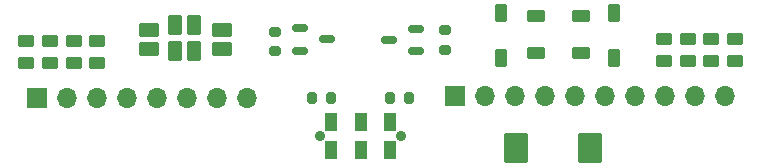
<source format=gbr>
%TF.GenerationSoftware,KiCad,Pcbnew,7.0.7*%
%TF.CreationDate,2023-12-21T12:45:23+01:00*%
%TF.ProjectId,IR range extender v0r1,49522072-616e-4676-9520-657874656e64,rev?*%
%TF.SameCoordinates,Original*%
%TF.FileFunction,Soldermask,Top*%
%TF.FilePolarity,Negative*%
%FSLAX46Y46*%
G04 Gerber Fmt 4.6, Leading zero omitted, Abs format (unit mm)*
G04 Created by KiCad (PCBNEW 7.0.7) date 2023-12-21 12:45:23*
%MOMM*%
%LPD*%
G01*
G04 APERTURE LIST*
G04 Aperture macros list*
%AMRoundRect*
0 Rectangle with rounded corners*
0 $1 Rounding radius*
0 $2 $3 $4 $5 $6 $7 $8 $9 X,Y pos of 4 corners*
0 Add a 4 corners polygon primitive as box body*
4,1,4,$2,$3,$4,$5,$6,$7,$8,$9,$2,$3,0*
0 Add four circle primitives for the rounded corners*
1,1,$1+$1,$2,$3*
1,1,$1+$1,$4,$5*
1,1,$1+$1,$6,$7*
1,1,$1+$1,$8,$9*
0 Add four rect primitives between the rounded corners*
20,1,$1+$1,$2,$3,$4,$5,0*
20,1,$1+$1,$4,$5,$6,$7,0*
20,1,$1+$1,$6,$7,$8,$9,0*
20,1,$1+$1,$8,$9,$2,$3,0*%
G04 Aperture macros list end*
%ADD10RoundRect,0.200000X0.200000X0.275000X-0.200000X0.275000X-0.200000X-0.275000X0.200000X-0.275000X0*%
%ADD11RoundRect,0.102000X0.500000X0.725000X-0.500000X0.725000X-0.500000X-0.725000X0.500000X-0.725000X0*%
%ADD12RoundRect,0.102000X0.725000X-0.500000X0.725000X0.500000X-0.725000X0.500000X-0.725000X-0.500000X0*%
%ADD13RoundRect,0.250000X0.450000X-0.262500X0.450000X0.262500X-0.450000X0.262500X-0.450000X-0.262500X0*%
%ADD14RoundRect,0.102000X-0.500000X-0.725000X0.500000X-0.725000X0.500000X0.725000X-0.500000X0.725000X0*%
%ADD15RoundRect,0.102000X-0.675000X-0.375000X0.675000X-0.375000X0.675000X0.375000X-0.675000X0.375000X0*%
%ADD16R,1.700000X1.700000*%
%ADD17O,1.700000X1.700000*%
%ADD18RoundRect,0.102000X-0.725000X0.500000X-0.725000X-0.500000X0.725000X-0.500000X0.725000X0.500000X0*%
%ADD19RoundRect,0.150000X0.512500X0.150000X-0.512500X0.150000X-0.512500X-0.150000X0.512500X-0.150000X0*%
%ADD20RoundRect,0.102000X-0.375000X0.675000X-0.375000X-0.675000X0.375000X-0.675000X0.375000X0.675000X0*%
%ADD21C,0.889000*%
%ADD22R,0.990600X1.600200*%
%ADD23RoundRect,0.200000X-0.200000X-0.275000X0.200000X-0.275000X0.200000X0.275000X-0.200000X0.275000X0*%
%ADD24RoundRect,0.150000X-0.512500X-0.150000X0.512500X-0.150000X0.512500X0.150000X-0.512500X0.150000X0*%
%ADD25RoundRect,0.250000X-0.787500X-1.025000X0.787500X-1.025000X0.787500X1.025000X-0.787500X1.025000X0*%
%ADD26RoundRect,0.102000X0.375000X-0.675000X0.375000X0.675000X-0.375000X0.675000X-0.375000X-0.675000X0*%
%ADD27RoundRect,0.102000X0.675000X0.375000X-0.675000X0.375000X-0.675000X-0.375000X0.675000X-0.375000X0*%
%ADD28RoundRect,0.200000X0.275000X-0.200000X0.275000X0.200000X-0.275000X0.200000X-0.275000X-0.200000X0*%
G04 APERTURE END LIST*
D10*
%TO.C,R5*%
X88600000Y-84400000D03*
X86950000Y-84400000D03*
%TD*%
D11*
%TO.C,D3*%
X77000000Y-80400000D03*
X75400000Y-80400000D03*
%TD*%
D12*
%TO.C,D2*%
X73200000Y-80200000D03*
X73200000Y-78600000D03*
%TD*%
D13*
%TO.C,R4*%
X68800000Y-81400000D03*
X68800000Y-79575000D03*
%TD*%
D14*
%TO.C,D1*%
X75400000Y-78200000D03*
X77000000Y-78200000D03*
%TD*%
D15*
%TO.C,D5*%
X105975000Y-77400000D03*
X109775000Y-77400000D03*
%TD*%
D16*
%TO.C,J2*%
X63660000Y-84350000D03*
D17*
X66200000Y-84350000D03*
X68740000Y-84350000D03*
X71280000Y-84350000D03*
X73820000Y-84350000D03*
X76360000Y-84350000D03*
X78900000Y-84350000D03*
X81440000Y-84350000D03*
%TD*%
D18*
%TO.C,D4*%
X79400000Y-78600000D03*
X79400000Y-80200000D03*
%TD*%
D13*
%TO.C,R7*%
X122800000Y-81225000D03*
X122800000Y-79400000D03*
%TD*%
D19*
%TO.C,Q2*%
X95800000Y-80400000D03*
X95800000Y-78500000D03*
X93525000Y-79450000D03*
%TD*%
D16*
%TO.C,J1*%
X99060000Y-84200000D03*
D17*
X101600000Y-84200000D03*
X104140000Y-84200000D03*
X106680000Y-84200000D03*
X109220000Y-84200000D03*
X111760000Y-84200000D03*
X114300000Y-84200000D03*
X116840000Y-84200000D03*
X119380000Y-84200000D03*
X121920000Y-84200000D03*
%TD*%
D13*
%TO.C,R2*%
X64800000Y-81400000D03*
X64800000Y-79575000D03*
%TD*%
D20*
%TO.C,D8*%
X112575000Y-77200000D03*
X112575000Y-81000000D03*
%TD*%
D21*
%TO.C,SW1*%
X87700002Y-87600000D03*
X94499998Y-87600000D03*
D22*
X88600000Y-86400000D03*
X91100000Y-86400000D03*
X93600000Y-86400000D03*
X88600000Y-88800000D03*
X91100000Y-88800000D03*
X93600000Y-88800000D03*
%TD*%
D13*
%TO.C,R11*%
X118800000Y-81225000D03*
X118800000Y-79400000D03*
%TD*%
%TO.C,R9*%
X120800000Y-81225000D03*
X120800000Y-79400000D03*
%TD*%
D23*
%TO.C,R8*%
X93550000Y-84400000D03*
X95200000Y-84400000D03*
%TD*%
D13*
%TO.C,R3*%
X66800000Y-81400000D03*
X66800000Y-79575000D03*
%TD*%
D24*
%TO.C,Q1*%
X85962500Y-78450000D03*
X85962500Y-80350000D03*
X88237500Y-79400000D03*
%TD*%
D13*
%TO.C,R1*%
X62800000Y-81400000D03*
X62800000Y-79575000D03*
%TD*%
D25*
%TO.C,C1*%
X104287500Y-88600000D03*
X110512500Y-88600000D03*
%TD*%
D26*
%TO.C,D6*%
X102975000Y-81000000D03*
X102975000Y-77200000D03*
%TD*%
D27*
%TO.C,D7*%
X109775000Y-80600000D03*
X105975000Y-80600000D03*
%TD*%
D28*
%TO.C,R6*%
X83837500Y-80400000D03*
X83837500Y-78750000D03*
%TD*%
%TO.C,R10*%
X98200000Y-80300000D03*
X98200000Y-78650000D03*
%TD*%
D13*
%TO.C,R12*%
X116800000Y-81225000D03*
X116800000Y-79400000D03*
%TD*%
M02*

</source>
